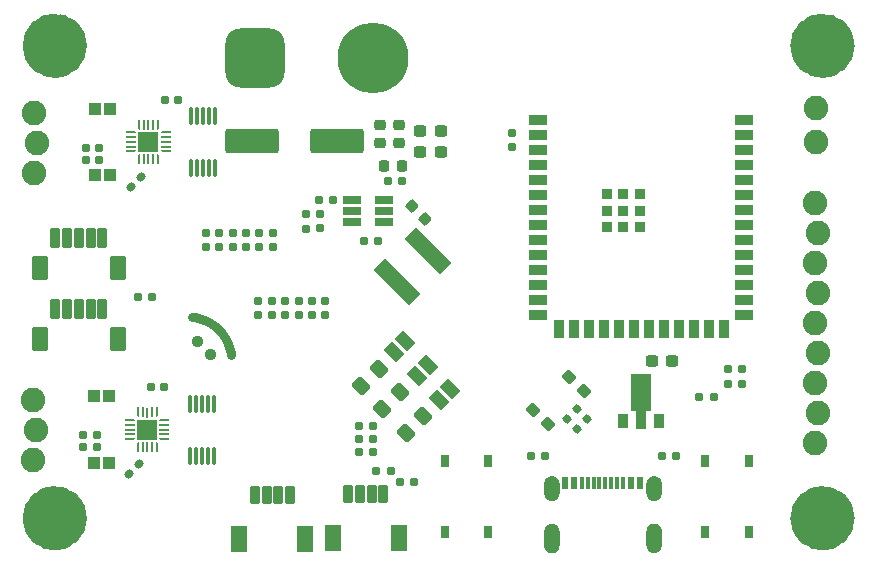
<source format=gbr>
%TF.GenerationSoftware,KiCad,Pcbnew,7.0.2*%
%TF.CreationDate,2023-10-03T18:08:59-04:00*%
%TF.ProjectId,mini_motor_go_V1_rev2,6d696e69-5f6d-46f7-946f-725f676f5f56,rev?*%
%TF.SameCoordinates,Original*%
%TF.FileFunction,Soldermask,Top*%
%TF.FilePolarity,Negative*%
%FSLAX46Y46*%
G04 Gerber Fmt 4.6, Leading zero omitted, Abs format (unit mm)*
G04 Created by KiCad (PCBNEW 7.0.2) date 2023-10-03 18:08:59*
%MOMM*%
%LPD*%
G01*
G04 APERTURE LIST*
G04 Aperture macros list*
%AMRoundRect*
0 Rectangle with rounded corners*
0 $1 Rounding radius*
0 $2 $3 $4 $5 $6 $7 $8 $9 X,Y pos of 4 corners*
0 Add a 4 corners polygon primitive as box body*
4,1,4,$2,$3,$4,$5,$6,$7,$8,$9,$2,$3,0*
0 Add four circle primitives for the rounded corners*
1,1,$1+$1,$2,$3*
1,1,$1+$1,$4,$5*
1,1,$1+$1,$6,$7*
1,1,$1+$1,$8,$9*
0 Add four rect primitives between the rounded corners*
20,1,$1+$1,$2,$3,$4,$5,0*
20,1,$1+$1,$4,$5,$6,$7,0*
20,1,$1+$1,$6,$7,$8,$9,0*
20,1,$1+$1,$8,$9,$2,$3,0*%
%AMRotRect*
0 Rectangle, with rotation*
0 The origin of the aperture is its center*
0 $1 length*
0 $2 width*
0 $3 Rotation angle, in degrees counterclockwise*
0 Add horizontal line*
21,1,$1,$2,0,0,$3*%
%AMFreePoly0*
4,1,14,0.110355,0.410355,0.125000,0.375000,0.125000,-0.375000,0.110355,-0.410355,0.075000,-0.425000,0.045711,-0.425000,0.010356,-0.410355,-0.110355,-0.289644,-0.125000,-0.254289,-0.125000,0.375000,-0.110355,0.410355,-0.075000,0.425000,0.075000,0.425000,0.110355,0.410355,0.110355,0.410355,$1*%
%AMFreePoly1*
4,1,14,0.110355,0.410355,0.125000,0.375000,0.125000,-0.254289,0.110355,-0.289644,-0.010356,-0.410355,-0.045711,-0.425000,-0.075000,-0.425000,-0.110355,-0.410355,-0.125000,-0.375000,-0.125000,0.375000,-0.110355,0.410355,-0.075000,0.425000,0.075000,0.425000,0.110355,0.410355,0.110355,0.410355,$1*%
%AMFreePoly2*
4,1,14,0.410355,0.110355,0.425000,0.075000,0.425000,-0.075000,0.410355,-0.110355,0.375000,-0.125000,-0.375000,-0.125000,-0.410355,-0.110355,-0.425000,-0.075000,-0.425000,-0.045711,-0.410355,-0.010356,-0.289644,0.110355,-0.254289,0.125000,0.375000,0.125000,0.410355,0.110355,0.410355,0.110355,$1*%
%AMFreePoly3*
4,1,14,0.410355,0.110355,0.425000,0.075000,0.425000,-0.075000,0.410355,-0.110355,0.375000,-0.125000,-0.254289,-0.125000,-0.289644,-0.110355,-0.410355,0.010356,-0.425000,0.045711,-0.425000,0.075000,-0.410355,0.110355,-0.375000,0.125000,0.375000,0.125000,0.410355,0.110355,0.410355,0.110355,$1*%
%AMFreePoly4*
4,1,14,-0.010356,0.410355,0.110355,0.289644,0.125000,0.254289,0.125000,-0.375000,0.110355,-0.410355,0.075000,-0.425000,-0.075000,-0.425000,-0.110355,-0.410355,-0.125000,-0.375000,-0.125000,0.375000,-0.110355,0.410355,-0.075000,0.425000,-0.045711,0.425000,-0.010356,0.410355,-0.010356,0.410355,$1*%
%AMFreePoly5*
4,1,14,0.110355,0.410355,0.125000,0.375000,0.125000,-0.375000,0.110355,-0.410355,0.075000,-0.425000,-0.075000,-0.425000,-0.110355,-0.410355,-0.125000,-0.375000,-0.125000,0.254289,-0.110355,0.289644,0.010356,0.410355,0.045711,0.425000,0.075000,0.425000,0.110355,0.410355,0.110355,0.410355,$1*%
%AMFreePoly6*
4,1,14,0.410355,0.110355,0.425000,0.075000,0.425000,0.045711,0.410355,0.010356,0.289644,-0.110355,0.254289,-0.125000,-0.375000,-0.125000,-0.410355,-0.110355,-0.425000,-0.075000,-0.425000,0.075000,-0.410355,0.110355,-0.375000,0.125000,0.375000,0.125000,0.410355,0.110355,0.410355,0.110355,$1*%
%AMFreePoly7*
4,1,14,0.289644,0.110355,0.410355,-0.010356,0.425000,-0.045711,0.425000,-0.075000,0.410355,-0.110355,0.375000,-0.125000,-0.375000,-0.125000,-0.410355,-0.110355,-0.425000,-0.075000,-0.425000,0.075000,-0.410355,0.110355,-0.375000,0.125000,0.254289,0.125000,0.289644,0.110355,0.289644,0.110355,$1*%
%AMFreePoly8*
4,1,9,3.862500,-0.866500,0.737500,-0.866500,0.737500,-0.450000,-0.737500,-0.450000,-0.737500,0.450000,0.737500,0.450000,0.737500,0.866500,3.862500,0.866500,3.862500,-0.866500,3.862500,-0.866500,$1*%
G04 Aperture macros list end*
%ADD10C,2.750000*%
%ADD11C,0.750000*%
%ADD12C,0.010000*%
%ADD13RoundRect,0.225000X0.335876X0.017678X0.017678X0.335876X-0.335876X-0.017678X-0.017678X-0.335876X0*%
%ADD14RoundRect,0.030000X0.120000X-0.695000X0.120000X0.695000X-0.120000X0.695000X-0.120000X-0.695000X0*%
%ADD15R,0.600000X1.100000*%
%ADD16R,0.300000X1.100000*%
%ADD17RotRect,1.400000X4.200000X225.000000*%
%ADD18RoundRect,0.225000X-0.250000X0.225000X-0.250000X-0.225000X0.250000X-0.225000X0.250000X0.225000X0*%
%ADD19RoundRect,0.225000X-0.225000X-0.250000X0.225000X-0.250000X0.225000X0.250000X-0.225000X0.250000X0*%
%ADD20RoundRect,0.250001X1.999999X0.799999X-1.999999X0.799999X-1.999999X-0.799999X1.999999X-0.799999X0*%
%ADD21RoundRect,0.160000X-0.252791X0.026517X0.026517X-0.252791X0.252791X-0.026517X-0.026517X0.252791X0*%
%ADD22RoundRect,0.102000X0.600000X0.900000X-0.600000X0.900000X-0.600000X-0.900000X0.600000X-0.900000X0*%
%ADD23RoundRect,0.102000X0.300000X0.775000X-0.300000X0.775000X-0.300000X-0.775000X0.300000X-0.775000X0*%
%ADD24RoundRect,0.101600X-0.299720X-0.674370X0.299720X-0.674370X0.299720X0.674370X-0.299720X0.674370X0*%
%ADD25RoundRect,0.101600X-0.599440X-0.999490X0.599440X-0.999490X0.599440X0.999490X-0.599440X0.999490X0*%
%ADD26RoundRect,0.250000X0.088388X-0.548008X0.548008X-0.088388X-0.088388X0.548008X-0.548008X0.088388X0*%
%ADD27RoundRect,0.237500X0.380070X-0.044194X-0.044194X0.380070X-0.380070X0.044194X0.044194X-0.380070X0*%
%ADD28RoundRect,0.155000X0.040659X0.259862X-0.259862X-0.040659X-0.040659X-0.259862X0.259862X0.040659X0*%
%ADD29RoundRect,0.160000X0.160000X-0.197500X0.160000X0.197500X-0.160000X0.197500X-0.160000X-0.197500X0*%
%ADD30RotRect,1.000000X1.500000X45.000000*%
%ADD31R,1.700000X1.700000*%
%ADD32FreePoly0,90.000000*%
%ADD33RoundRect,0.062500X0.362500X-0.062500X0.362500X0.062500X-0.362500X0.062500X-0.362500X-0.062500X0*%
%ADD34FreePoly1,90.000000*%
%ADD35FreePoly2,90.000000*%
%ADD36RoundRect,0.062500X0.062500X-0.362500X0.062500X0.362500X-0.062500X0.362500X-0.062500X-0.362500X0*%
%ADD37RoundRect,0.062500X0.062500X-0.350000X0.062500X0.350000X-0.062500X0.350000X-0.062500X-0.350000X0*%
%ADD38FreePoly3,90.000000*%
%ADD39FreePoly4,90.000000*%
%ADD40FreePoly5,90.000000*%
%ADD41FreePoly6,90.000000*%
%ADD42FreePoly7,90.000000*%
%ADD43RoundRect,0.160000X0.197500X0.160000X-0.197500X0.160000X-0.197500X-0.160000X0.197500X-0.160000X0*%
%ADD44RoundRect,0.160000X-0.197500X-0.160000X0.197500X-0.160000X0.197500X0.160000X-0.197500X0.160000X0*%
%ADD45RoundRect,0.155000X-0.212500X-0.155000X0.212500X-0.155000X0.212500X0.155000X-0.212500X0.155000X0*%
%ADD46R,1.100000X1.000000*%
%ADD47R,0.700000X1.000000*%
%ADD48RoundRect,0.155000X0.212500X0.155000X-0.212500X0.155000X-0.212500X-0.155000X0.212500X-0.155000X0*%
%ADD49R,1.500000X0.900000*%
%ADD50R,0.900000X1.500000*%
%ADD51R,0.900000X0.900000*%
%ADD52RoundRect,0.160000X-0.160000X0.197500X-0.160000X-0.197500X0.160000X-0.197500X0.160000X0.197500X0*%
%ADD53RoundRect,0.237500X-0.300000X-0.237500X0.300000X-0.237500X0.300000X0.237500X-0.300000X0.237500X0*%
%ADD54C,2.082800*%
%ADD55R,1.560000X0.650000*%
%ADD56RoundRect,0.237500X0.300000X0.237500X-0.300000X0.237500X-0.300000X-0.237500X0.300000X-0.237500X0*%
%ADD57R,0.900000X1.300000*%
%ADD58FreePoly8,90.000000*%
%ADD59RoundRect,1.250000X1.250000X1.250000X-1.250000X1.250000X-1.250000X-1.250000X1.250000X-1.250000X0*%
%ADD60C,6.000000*%
G04 APERTURE END LIST*
D10*
X119375000Y-93000000D02*
G75*
G03*
X119375000Y-93000000I-1375000J0D01*
G01*
X184375000Y-93000000D02*
G75*
G03*
X184375000Y-93000000I-1375000J0D01*
G01*
X184375000Y-53000000D02*
G75*
G03*
X184375000Y-53000000I-1375000J0D01*
G01*
X119375000Y-53000000D02*
G75*
G03*
X119375000Y-53000000I-1375000J0D01*
G01*
D11*
X131065284Y-79022684D02*
X131267315Y-79022684D01*
X131267315Y-79022684D02*
X131267315Y-79224714D01*
X131267315Y-79224714D02*
X131065284Y-79224714D01*
X131065284Y-79224714D02*
X131065284Y-79022684D01*
X131065284Y-79022684D02*
X131267315Y-79224714D01*
X129954116Y-77911516D02*
X130156147Y-77911516D01*
X130156147Y-77911516D02*
X130156147Y-78113546D01*
X130156147Y-78113546D02*
X129954116Y-78113546D01*
X129954116Y-78113546D02*
X129954116Y-77911516D01*
X129954116Y-77911516D02*
X130156147Y-78113546D01*
X132883558Y-79224714D02*
X132883558Y-79022684D01*
X132883558Y-79022684D02*
X132782543Y-78517608D01*
X132782543Y-78517608D02*
X132681528Y-78214562D01*
X132681528Y-78214562D02*
X132479497Y-77810501D01*
X132479497Y-77810501D02*
X132075436Y-77204409D01*
X132075436Y-77204409D02*
X131671375Y-76800348D01*
X131671375Y-76800348D02*
X131065284Y-76396287D01*
X131065284Y-76396287D02*
X130661223Y-76194257D01*
X130661223Y-76194257D02*
X130358177Y-76093241D01*
X130358177Y-76093241D02*
X129853101Y-75992226D01*
X129853101Y-75992226D02*
X129651070Y-75992226D01*
%TO.C,J11*%
D12*
X160084600Y-89451700D02*
X160116600Y-89453700D01*
X160147600Y-89457700D01*
X160178600Y-89463700D01*
X160208600Y-89470700D01*
X160238600Y-89479700D01*
X160268600Y-89490700D01*
X160297600Y-89502700D01*
X160325600Y-89515700D01*
X160353600Y-89530700D01*
X160380600Y-89547700D01*
X160406600Y-89565700D01*
X160431600Y-89584700D01*
X160454600Y-89604700D01*
X160477600Y-89626700D01*
X160499600Y-89649700D01*
X160519600Y-89672700D01*
X160538600Y-89697700D01*
X160556600Y-89723700D01*
X160573600Y-89750700D01*
X160588600Y-89778700D01*
X160601600Y-89806700D01*
X160613600Y-89835700D01*
X160624600Y-89865700D01*
X160633600Y-89895700D01*
X160640600Y-89925700D01*
X160646600Y-89956700D01*
X160650600Y-89987700D01*
X160652600Y-90019700D01*
X160653600Y-90050700D01*
X160653600Y-90850700D01*
X160652600Y-90881700D01*
X160650600Y-90913700D01*
X160646600Y-90944700D01*
X160640600Y-90975700D01*
X160633600Y-91005700D01*
X160624600Y-91035700D01*
X160613600Y-91065700D01*
X160601600Y-91094700D01*
X160588600Y-91122700D01*
X160573600Y-91150700D01*
X160556600Y-91177700D01*
X160538600Y-91203700D01*
X160519600Y-91228700D01*
X160499600Y-91251700D01*
X160477600Y-91274700D01*
X160454600Y-91296700D01*
X160431600Y-91316700D01*
X160406600Y-91335700D01*
X160380600Y-91353700D01*
X160353600Y-91370700D01*
X160325600Y-91385700D01*
X160297600Y-91398700D01*
X160268600Y-91410700D01*
X160238600Y-91421700D01*
X160208600Y-91430700D01*
X160178600Y-91437700D01*
X160147600Y-91443700D01*
X160116600Y-91447700D01*
X160084600Y-91449700D01*
X160053600Y-91450700D01*
X160022600Y-91449700D01*
X159990600Y-91447700D01*
X159959600Y-91443700D01*
X159928600Y-91437700D01*
X159898600Y-91430700D01*
X159868600Y-91421700D01*
X159838600Y-91410700D01*
X159809600Y-91398700D01*
X159781600Y-91385700D01*
X159753600Y-91370700D01*
X159726600Y-91353700D01*
X159700600Y-91335700D01*
X159675600Y-91316700D01*
X159652600Y-91296700D01*
X159629600Y-91274700D01*
X159607600Y-91251700D01*
X159587600Y-91228700D01*
X159568600Y-91203700D01*
X159550600Y-91177700D01*
X159533600Y-91150700D01*
X159518600Y-91122700D01*
X159505600Y-91094700D01*
X159493600Y-91065700D01*
X159482600Y-91035700D01*
X159473600Y-91005700D01*
X159466600Y-90975700D01*
X159460600Y-90944700D01*
X159456600Y-90913700D01*
X159454600Y-90881700D01*
X159453600Y-90850700D01*
X159453600Y-90050700D01*
X159454600Y-90019700D01*
X159456600Y-89987700D01*
X159460600Y-89956700D01*
X159466600Y-89925700D01*
X159473600Y-89895700D01*
X159482600Y-89865700D01*
X159493600Y-89835700D01*
X159505600Y-89806700D01*
X159518600Y-89778700D01*
X159533600Y-89750700D01*
X159550600Y-89723700D01*
X159568600Y-89697700D01*
X159587600Y-89672700D01*
X159607600Y-89649700D01*
X159629600Y-89626700D01*
X159652600Y-89604700D01*
X159675600Y-89584700D01*
X159700600Y-89565700D01*
X159726600Y-89547700D01*
X159753600Y-89530700D01*
X159781600Y-89515700D01*
X159809600Y-89502700D01*
X159838600Y-89490700D01*
X159868600Y-89479700D01*
X159898600Y-89470700D01*
X159928600Y-89463700D01*
X159959600Y-89457700D01*
X159990600Y-89453700D01*
X160022600Y-89451700D01*
X160053600Y-89450700D01*
X160084600Y-89451700D01*
G36*
X160084600Y-89451700D02*
G01*
X160116600Y-89453700D01*
X160147600Y-89457700D01*
X160178600Y-89463700D01*
X160208600Y-89470700D01*
X160238600Y-89479700D01*
X160268600Y-89490700D01*
X160297600Y-89502700D01*
X160325600Y-89515700D01*
X160353600Y-89530700D01*
X160380600Y-89547700D01*
X160406600Y-89565700D01*
X160431600Y-89584700D01*
X160454600Y-89604700D01*
X160477600Y-89626700D01*
X160499600Y-89649700D01*
X160519600Y-89672700D01*
X160538600Y-89697700D01*
X160556600Y-89723700D01*
X160573600Y-89750700D01*
X160588600Y-89778700D01*
X160601600Y-89806700D01*
X160613600Y-89835700D01*
X160624600Y-89865700D01*
X160633600Y-89895700D01*
X160640600Y-89925700D01*
X160646600Y-89956700D01*
X160650600Y-89987700D01*
X160652600Y-90019700D01*
X160653600Y-90050700D01*
X160653600Y-90850700D01*
X160652600Y-90881700D01*
X160650600Y-90913700D01*
X160646600Y-90944700D01*
X160640600Y-90975700D01*
X160633600Y-91005700D01*
X160624600Y-91035700D01*
X160613600Y-91065700D01*
X160601600Y-91094700D01*
X160588600Y-91122700D01*
X160573600Y-91150700D01*
X160556600Y-91177700D01*
X160538600Y-91203700D01*
X160519600Y-91228700D01*
X160499600Y-91251700D01*
X160477600Y-91274700D01*
X160454600Y-91296700D01*
X160431600Y-91316700D01*
X160406600Y-91335700D01*
X160380600Y-91353700D01*
X160353600Y-91370700D01*
X160325600Y-91385700D01*
X160297600Y-91398700D01*
X160268600Y-91410700D01*
X160238600Y-91421700D01*
X160208600Y-91430700D01*
X160178600Y-91437700D01*
X160147600Y-91443700D01*
X160116600Y-91447700D01*
X160084600Y-91449700D01*
X160053600Y-91450700D01*
X160022600Y-91449700D01*
X159990600Y-91447700D01*
X159959600Y-91443700D01*
X159928600Y-91437700D01*
X159898600Y-91430700D01*
X159868600Y-91421700D01*
X159838600Y-91410700D01*
X159809600Y-91398700D01*
X159781600Y-91385700D01*
X159753600Y-91370700D01*
X159726600Y-91353700D01*
X159700600Y-91335700D01*
X159675600Y-91316700D01*
X159652600Y-91296700D01*
X159629600Y-91274700D01*
X159607600Y-91251700D01*
X159587600Y-91228700D01*
X159568600Y-91203700D01*
X159550600Y-91177700D01*
X159533600Y-91150700D01*
X159518600Y-91122700D01*
X159505600Y-91094700D01*
X159493600Y-91065700D01*
X159482600Y-91035700D01*
X159473600Y-91005700D01*
X159466600Y-90975700D01*
X159460600Y-90944700D01*
X159456600Y-90913700D01*
X159454600Y-90881700D01*
X159453600Y-90850700D01*
X159453600Y-90050700D01*
X159454600Y-90019700D01*
X159456600Y-89987700D01*
X159460600Y-89956700D01*
X159466600Y-89925700D01*
X159473600Y-89895700D01*
X159482600Y-89865700D01*
X159493600Y-89835700D01*
X159505600Y-89806700D01*
X159518600Y-89778700D01*
X159533600Y-89750700D01*
X159550600Y-89723700D01*
X159568600Y-89697700D01*
X159587600Y-89672700D01*
X159607600Y-89649700D01*
X159629600Y-89626700D01*
X159652600Y-89604700D01*
X159675600Y-89584700D01*
X159700600Y-89565700D01*
X159726600Y-89547700D01*
X159753600Y-89530700D01*
X159781600Y-89515700D01*
X159809600Y-89502700D01*
X159838600Y-89490700D01*
X159868600Y-89479700D01*
X159898600Y-89470700D01*
X159928600Y-89463700D01*
X159959600Y-89457700D01*
X159990600Y-89453700D01*
X160022600Y-89451700D01*
X160053600Y-89450700D01*
X160084600Y-89451700D01*
G37*
X160084600Y-93501700D02*
X160116600Y-93503700D01*
X160147600Y-93507700D01*
X160178600Y-93513700D01*
X160208600Y-93520700D01*
X160238600Y-93529700D01*
X160268600Y-93540700D01*
X160297600Y-93552700D01*
X160325600Y-93565700D01*
X160353600Y-93580700D01*
X160380600Y-93597700D01*
X160406600Y-93615700D01*
X160431600Y-93634700D01*
X160454600Y-93654700D01*
X160477600Y-93676700D01*
X160499600Y-93699700D01*
X160519600Y-93722700D01*
X160538600Y-93747700D01*
X160556600Y-93773700D01*
X160573600Y-93800700D01*
X160588600Y-93828700D01*
X160601600Y-93856700D01*
X160613600Y-93885700D01*
X160624600Y-93915700D01*
X160633600Y-93945700D01*
X160640600Y-93975700D01*
X160646600Y-94006700D01*
X160650600Y-94037700D01*
X160652600Y-94069700D01*
X160653600Y-94100700D01*
X160653600Y-95300700D01*
X160652600Y-95331700D01*
X160650600Y-95363700D01*
X160646600Y-95394700D01*
X160640600Y-95425700D01*
X160633600Y-95455700D01*
X160624600Y-95485700D01*
X160613600Y-95515700D01*
X160601600Y-95544700D01*
X160588600Y-95572700D01*
X160573600Y-95600700D01*
X160556600Y-95627700D01*
X160538600Y-95653700D01*
X160519600Y-95678700D01*
X160499600Y-95701700D01*
X160477600Y-95724700D01*
X160454600Y-95746700D01*
X160431600Y-95766700D01*
X160406600Y-95785700D01*
X160380600Y-95803700D01*
X160353600Y-95820700D01*
X160325600Y-95835700D01*
X160297600Y-95848700D01*
X160268600Y-95860700D01*
X160238600Y-95871700D01*
X160208600Y-95880700D01*
X160178600Y-95887700D01*
X160147600Y-95893700D01*
X160116600Y-95897700D01*
X160084600Y-95899700D01*
X160053600Y-95900700D01*
X160022600Y-95899700D01*
X159990600Y-95897700D01*
X159959600Y-95893700D01*
X159928600Y-95887700D01*
X159898600Y-95880700D01*
X159868600Y-95871700D01*
X159838600Y-95860700D01*
X159809600Y-95848700D01*
X159781600Y-95835700D01*
X159753600Y-95820700D01*
X159726600Y-95803700D01*
X159700600Y-95785700D01*
X159675600Y-95766700D01*
X159652600Y-95746700D01*
X159629600Y-95724700D01*
X159607600Y-95701700D01*
X159587600Y-95678700D01*
X159568600Y-95653700D01*
X159550600Y-95627700D01*
X159533600Y-95600700D01*
X159518600Y-95572700D01*
X159505600Y-95544700D01*
X159493600Y-95515700D01*
X159482600Y-95485700D01*
X159473600Y-95455700D01*
X159466600Y-95425700D01*
X159460600Y-95394700D01*
X159456600Y-95363700D01*
X159454600Y-95331700D01*
X159453600Y-95300700D01*
X159453600Y-94100700D01*
X159454600Y-94069700D01*
X159456600Y-94037700D01*
X159460600Y-94006700D01*
X159466600Y-93975700D01*
X159473600Y-93945700D01*
X159482600Y-93915700D01*
X159493600Y-93885700D01*
X159505600Y-93856700D01*
X159518600Y-93828700D01*
X159533600Y-93800700D01*
X159550600Y-93773700D01*
X159568600Y-93747700D01*
X159587600Y-93722700D01*
X159607600Y-93699700D01*
X159629600Y-93676700D01*
X159652600Y-93654700D01*
X159675600Y-93634700D01*
X159700600Y-93615700D01*
X159726600Y-93597700D01*
X159753600Y-93580700D01*
X159781600Y-93565700D01*
X159809600Y-93552700D01*
X159838600Y-93540700D01*
X159868600Y-93529700D01*
X159898600Y-93520700D01*
X159928600Y-93513700D01*
X159959600Y-93507700D01*
X159990600Y-93503700D01*
X160022600Y-93501700D01*
X160053600Y-93500700D01*
X160084600Y-93501700D01*
G36*
X160084600Y-93501700D02*
G01*
X160116600Y-93503700D01*
X160147600Y-93507700D01*
X160178600Y-93513700D01*
X160208600Y-93520700D01*
X160238600Y-93529700D01*
X160268600Y-93540700D01*
X160297600Y-93552700D01*
X160325600Y-93565700D01*
X160353600Y-93580700D01*
X160380600Y-93597700D01*
X160406600Y-93615700D01*
X160431600Y-93634700D01*
X160454600Y-93654700D01*
X160477600Y-93676700D01*
X160499600Y-93699700D01*
X160519600Y-93722700D01*
X160538600Y-93747700D01*
X160556600Y-93773700D01*
X160573600Y-93800700D01*
X160588600Y-93828700D01*
X160601600Y-93856700D01*
X160613600Y-93885700D01*
X160624600Y-93915700D01*
X160633600Y-93945700D01*
X160640600Y-93975700D01*
X160646600Y-94006700D01*
X160650600Y-94037700D01*
X160652600Y-94069700D01*
X160653600Y-94100700D01*
X160653600Y-95300700D01*
X160652600Y-95331700D01*
X160650600Y-95363700D01*
X160646600Y-95394700D01*
X160640600Y-95425700D01*
X160633600Y-95455700D01*
X160624600Y-95485700D01*
X160613600Y-95515700D01*
X160601600Y-95544700D01*
X160588600Y-95572700D01*
X160573600Y-95600700D01*
X160556600Y-95627700D01*
X160538600Y-95653700D01*
X160519600Y-95678700D01*
X160499600Y-95701700D01*
X160477600Y-95724700D01*
X160454600Y-95746700D01*
X160431600Y-95766700D01*
X160406600Y-95785700D01*
X160380600Y-95803700D01*
X160353600Y-95820700D01*
X160325600Y-95835700D01*
X160297600Y-95848700D01*
X160268600Y-95860700D01*
X160238600Y-95871700D01*
X160208600Y-95880700D01*
X160178600Y-95887700D01*
X160147600Y-95893700D01*
X160116600Y-95897700D01*
X160084600Y-95899700D01*
X160053600Y-95900700D01*
X160022600Y-95899700D01*
X159990600Y-95897700D01*
X159959600Y-95893700D01*
X159928600Y-95887700D01*
X159898600Y-95880700D01*
X159868600Y-95871700D01*
X159838600Y-95860700D01*
X159809600Y-95848700D01*
X159781600Y-95835700D01*
X159753600Y-95820700D01*
X159726600Y-95803700D01*
X159700600Y-95785700D01*
X159675600Y-95766700D01*
X159652600Y-95746700D01*
X159629600Y-95724700D01*
X159607600Y-95701700D01*
X159587600Y-95678700D01*
X159568600Y-95653700D01*
X159550600Y-95627700D01*
X159533600Y-95600700D01*
X159518600Y-95572700D01*
X159505600Y-95544700D01*
X159493600Y-95515700D01*
X159482600Y-95485700D01*
X159473600Y-95455700D01*
X159466600Y-95425700D01*
X159460600Y-95394700D01*
X159456600Y-95363700D01*
X159454600Y-95331700D01*
X159453600Y-95300700D01*
X159453600Y-94100700D01*
X159454600Y-94069700D01*
X159456600Y-94037700D01*
X159460600Y-94006700D01*
X159466600Y-93975700D01*
X159473600Y-93945700D01*
X159482600Y-93915700D01*
X159493600Y-93885700D01*
X159505600Y-93856700D01*
X159518600Y-93828700D01*
X159533600Y-93800700D01*
X159550600Y-93773700D01*
X159568600Y-93747700D01*
X159587600Y-93722700D01*
X159607600Y-93699700D01*
X159629600Y-93676700D01*
X159652600Y-93654700D01*
X159675600Y-93634700D01*
X159700600Y-93615700D01*
X159726600Y-93597700D01*
X159753600Y-93580700D01*
X159781600Y-93565700D01*
X159809600Y-93552700D01*
X159838600Y-93540700D01*
X159868600Y-93529700D01*
X159898600Y-93520700D01*
X159928600Y-93513700D01*
X159959600Y-93507700D01*
X159990600Y-93503700D01*
X160022600Y-93501700D01*
X160053600Y-93500700D01*
X160084600Y-93501700D01*
G37*
X168734600Y-89451700D02*
X168766600Y-89453700D01*
X168797600Y-89457700D01*
X168828600Y-89463700D01*
X168858600Y-89470700D01*
X168888600Y-89479700D01*
X168918600Y-89490700D01*
X168947600Y-89502700D01*
X168975600Y-89515700D01*
X169003600Y-89530700D01*
X169030600Y-89547700D01*
X169056600Y-89565700D01*
X169081600Y-89584700D01*
X169104600Y-89604700D01*
X169127600Y-89626700D01*
X169149600Y-89649700D01*
X169169600Y-89672700D01*
X169188600Y-89697700D01*
X169206600Y-89723700D01*
X169223600Y-89750700D01*
X169238600Y-89778700D01*
X169251600Y-89806700D01*
X169263600Y-89835700D01*
X169274600Y-89865700D01*
X169283600Y-89895700D01*
X169290600Y-89925700D01*
X169296600Y-89956700D01*
X169300600Y-89987700D01*
X169302600Y-90019700D01*
X169303600Y-90050700D01*
X169303600Y-90850700D01*
X169302600Y-90881700D01*
X169300600Y-90913700D01*
X169296600Y-90944700D01*
X169290600Y-90975700D01*
X169283600Y-91005700D01*
X169274600Y-91035700D01*
X169263600Y-91065700D01*
X169251600Y-91094700D01*
X169238600Y-91122700D01*
X169223600Y-91150700D01*
X169206600Y-91177700D01*
X169188600Y-91203700D01*
X169169600Y-91228700D01*
X169149600Y-91251700D01*
X169127600Y-91274700D01*
X169104600Y-91296700D01*
X169081600Y-91316700D01*
X169056600Y-91335700D01*
X169030600Y-91353700D01*
X169003600Y-91370700D01*
X168975600Y-91385700D01*
X168947600Y-91398700D01*
X168918600Y-91410700D01*
X168888600Y-91421700D01*
X168858600Y-91430700D01*
X168828600Y-91437700D01*
X168797600Y-91443700D01*
X168766600Y-91447700D01*
X168734600Y-91449700D01*
X168703600Y-91450700D01*
X168672600Y-91449700D01*
X168640600Y-91447700D01*
X168609600Y-91443700D01*
X168578600Y-91437700D01*
X168548600Y-91430700D01*
X168518600Y-91421700D01*
X168488600Y-91410700D01*
X168459600Y-91398700D01*
X168431600Y-91385700D01*
X168403600Y-91370700D01*
X168376600Y-91353700D01*
X168350600Y-91335700D01*
X168325600Y-91316700D01*
X168302600Y-91296700D01*
X168279600Y-91274700D01*
X168257600Y-91251700D01*
X168237600Y-91228700D01*
X168218600Y-91203700D01*
X168200600Y-91177700D01*
X168183600Y-91150700D01*
X168168600Y-91122700D01*
X168155600Y-91094700D01*
X168143600Y-91065700D01*
X168132600Y-91035700D01*
X168123600Y-91005700D01*
X168116600Y-90975700D01*
X168110600Y-90944700D01*
X168106600Y-90913700D01*
X168104600Y-90881700D01*
X168103600Y-90850700D01*
X168103600Y-90050700D01*
X168104600Y-90019700D01*
X168106600Y-89987700D01*
X168110600Y-89956700D01*
X168116600Y-89925700D01*
X168123600Y-89895700D01*
X168132600Y-89865700D01*
X168143600Y-89835700D01*
X168155600Y-89806700D01*
X168168600Y-89778700D01*
X168183600Y-89750700D01*
X168200600Y-89723700D01*
X168218600Y-89697700D01*
X168237600Y-89672700D01*
X168257600Y-89649700D01*
X168279600Y-89626700D01*
X168302600Y-89604700D01*
X168325600Y-89584700D01*
X168350600Y-89565700D01*
X168376600Y-89547700D01*
X168403600Y-89530700D01*
X168431600Y-89515700D01*
X168459600Y-89502700D01*
X168488600Y-89490700D01*
X168518600Y-89479700D01*
X168548600Y-89470700D01*
X168578600Y-89463700D01*
X168609600Y-89457700D01*
X168640600Y-89453700D01*
X168672600Y-89451700D01*
X168703600Y-89450700D01*
X168734600Y-89451700D01*
G36*
X168734600Y-89451700D02*
G01*
X168766600Y-89453700D01*
X168797600Y-89457700D01*
X168828600Y-89463700D01*
X168858600Y-89470700D01*
X168888600Y-89479700D01*
X168918600Y-89490700D01*
X168947600Y-89502700D01*
X168975600Y-89515700D01*
X169003600Y-89530700D01*
X169030600Y-89547700D01*
X169056600Y-89565700D01*
X169081600Y-89584700D01*
X169104600Y-89604700D01*
X169127600Y-89626700D01*
X169149600Y-89649700D01*
X169169600Y-89672700D01*
X169188600Y-89697700D01*
X169206600Y-89723700D01*
X169223600Y-89750700D01*
X169238600Y-89778700D01*
X169251600Y-89806700D01*
X169263600Y-89835700D01*
X169274600Y-89865700D01*
X169283600Y-89895700D01*
X169290600Y-89925700D01*
X169296600Y-89956700D01*
X169300600Y-89987700D01*
X169302600Y-90019700D01*
X169303600Y-90050700D01*
X169303600Y-90850700D01*
X169302600Y-90881700D01*
X169300600Y-90913700D01*
X169296600Y-90944700D01*
X169290600Y-90975700D01*
X169283600Y-91005700D01*
X169274600Y-91035700D01*
X169263600Y-91065700D01*
X169251600Y-91094700D01*
X169238600Y-91122700D01*
X169223600Y-91150700D01*
X169206600Y-91177700D01*
X169188600Y-91203700D01*
X169169600Y-91228700D01*
X169149600Y-91251700D01*
X169127600Y-91274700D01*
X169104600Y-91296700D01*
X169081600Y-91316700D01*
X169056600Y-91335700D01*
X169030600Y-91353700D01*
X169003600Y-91370700D01*
X168975600Y-91385700D01*
X168947600Y-91398700D01*
X168918600Y-91410700D01*
X168888600Y-91421700D01*
X168858600Y-91430700D01*
X168828600Y-91437700D01*
X168797600Y-91443700D01*
X168766600Y-91447700D01*
X168734600Y-91449700D01*
X168703600Y-91450700D01*
X168672600Y-91449700D01*
X168640600Y-91447700D01*
X168609600Y-91443700D01*
X168578600Y-91437700D01*
X168548600Y-91430700D01*
X168518600Y-91421700D01*
X168488600Y-91410700D01*
X168459600Y-91398700D01*
X168431600Y-91385700D01*
X168403600Y-91370700D01*
X168376600Y-91353700D01*
X168350600Y-91335700D01*
X168325600Y-91316700D01*
X168302600Y-91296700D01*
X168279600Y-91274700D01*
X168257600Y-91251700D01*
X168237600Y-91228700D01*
X168218600Y-91203700D01*
X168200600Y-91177700D01*
X168183600Y-91150700D01*
X168168600Y-91122700D01*
X168155600Y-91094700D01*
X168143600Y-91065700D01*
X168132600Y-91035700D01*
X168123600Y-91005700D01*
X168116600Y-90975700D01*
X168110600Y-90944700D01*
X168106600Y-90913700D01*
X168104600Y-90881700D01*
X168103600Y-90850700D01*
X168103600Y-90050700D01*
X168104600Y-90019700D01*
X168106600Y-89987700D01*
X168110600Y-89956700D01*
X168116600Y-89925700D01*
X168123600Y-89895700D01*
X168132600Y-89865700D01*
X168143600Y-89835700D01*
X168155600Y-89806700D01*
X168168600Y-89778700D01*
X168183600Y-89750700D01*
X168200600Y-89723700D01*
X168218600Y-89697700D01*
X168237600Y-89672700D01*
X168257600Y-89649700D01*
X168279600Y-89626700D01*
X168302600Y-89604700D01*
X168325600Y-89584700D01*
X168350600Y-89565700D01*
X168376600Y-89547700D01*
X168403600Y-89530700D01*
X168431600Y-89515700D01*
X168459600Y-89502700D01*
X168488600Y-89490700D01*
X168518600Y-89479700D01*
X168548600Y-89470700D01*
X168578600Y-89463700D01*
X168609600Y-89457700D01*
X168640600Y-89453700D01*
X168672600Y-89451700D01*
X168703600Y-89450700D01*
X168734600Y-89451700D01*
G37*
X168734600Y-93451700D02*
X168766600Y-93453700D01*
X168797600Y-93457700D01*
X168828600Y-93463700D01*
X168858600Y-93470700D01*
X168888600Y-93479700D01*
X168918600Y-93490700D01*
X168947600Y-93502700D01*
X168975600Y-93515700D01*
X169003600Y-93530700D01*
X169030600Y-93547700D01*
X169056600Y-93565700D01*
X169081600Y-93584700D01*
X169104600Y-93604700D01*
X169127600Y-93626700D01*
X169149600Y-93649700D01*
X169169600Y-93672700D01*
X169188600Y-93697700D01*
X169206600Y-93723700D01*
X169223600Y-93750700D01*
X169238600Y-93778700D01*
X169251600Y-93806700D01*
X169263600Y-93835700D01*
X169274600Y-93865700D01*
X169283600Y-93895700D01*
X169290600Y-93925700D01*
X169296600Y-93956700D01*
X169300600Y-93987700D01*
X169302600Y-94019700D01*
X169303600Y-94050700D01*
X169303600Y-94650700D01*
X169303600Y-95250700D01*
X169302600Y-95281700D01*
X169300600Y-95313700D01*
X169296600Y-95344700D01*
X169290600Y-95375700D01*
X169283600Y-95405700D01*
X169274600Y-95435700D01*
X169263600Y-95465700D01*
X169251600Y-95494700D01*
X169238600Y-95522700D01*
X169223600Y-95550700D01*
X169206600Y-95577700D01*
X169188600Y-95603700D01*
X169169600Y-95628700D01*
X169149600Y-95651700D01*
X169127600Y-95674700D01*
X169104600Y-95696700D01*
X169081600Y-95716700D01*
X169056600Y-95735700D01*
X169030600Y-95753700D01*
X169003600Y-95770700D01*
X168975600Y-95785700D01*
X168947600Y-95798700D01*
X168918600Y-95810700D01*
X168888600Y-95821700D01*
X168858600Y-95830700D01*
X168828600Y-95837700D01*
X168797600Y-95843700D01*
X168766600Y-95847700D01*
X168734600Y-95849700D01*
X168703600Y-95850700D01*
X168672600Y-95849700D01*
X168640600Y-95847700D01*
X168609600Y-95843700D01*
X168578600Y-95837700D01*
X168548600Y-95830700D01*
X168518600Y-95821700D01*
X168488600Y-95810700D01*
X168459600Y-95798700D01*
X168431600Y-95785700D01*
X168403600Y-95770700D01*
X168376600Y-95753700D01*
X168350600Y-95735700D01*
X168325600Y-95716700D01*
X168302600Y-95696700D01*
X168279600Y-95674700D01*
X168257600Y-95651700D01*
X168237600Y-95628700D01*
X168218600Y-95603700D01*
X168200600Y-95577700D01*
X168183600Y-95550700D01*
X168168600Y-95522700D01*
X168155600Y-95494700D01*
X168143600Y-95465700D01*
X168132600Y-95435700D01*
X168123600Y-95405700D01*
X168116600Y-95375700D01*
X168110600Y-95344700D01*
X168106600Y-95313700D01*
X168104600Y-95281700D01*
X168103600Y-95250700D01*
X168103600Y-94650700D01*
X168103600Y-94050700D01*
X168104600Y-94019700D01*
X168106600Y-93987700D01*
X168110600Y-93956700D01*
X168116600Y-93925700D01*
X168123600Y-93895700D01*
X168132600Y-93865700D01*
X168143600Y-93835700D01*
X168155600Y-93806700D01*
X168168600Y-93778700D01*
X168183600Y-93750700D01*
X168200600Y-93723700D01*
X168218600Y-93697700D01*
X168237600Y-93672700D01*
X168257600Y-93649700D01*
X168279600Y-93626700D01*
X168302600Y-93604700D01*
X168325600Y-93584700D01*
X168350600Y-93565700D01*
X168376600Y-93547700D01*
X168403600Y-93530700D01*
X168431600Y-93515700D01*
X168459600Y-93502700D01*
X168488600Y-93490700D01*
X168518600Y-93479700D01*
X168548600Y-93470700D01*
X168578600Y-93463700D01*
X168609600Y-93457700D01*
X168640600Y-93453700D01*
X168672600Y-93451700D01*
X168703600Y-93450700D01*
X168734600Y-93451700D01*
G36*
X168734600Y-93451700D02*
G01*
X168766600Y-93453700D01*
X168797600Y-93457700D01*
X168828600Y-93463700D01*
X168858600Y-93470700D01*
X168888600Y-93479700D01*
X168918600Y-93490700D01*
X168947600Y-93502700D01*
X168975600Y-93515700D01*
X169003600Y-93530700D01*
X169030600Y-93547700D01*
X169056600Y-93565700D01*
X169081600Y-93584700D01*
X169104600Y-93604700D01*
X169127600Y-93626700D01*
X169149600Y-93649700D01*
X169169600Y-93672700D01*
X169188600Y-93697700D01*
X169206600Y-93723700D01*
X169223600Y-93750700D01*
X169238600Y-93778700D01*
X169251600Y-93806700D01*
X169263600Y-93835700D01*
X169274600Y-93865700D01*
X169283600Y-93895700D01*
X169290600Y-93925700D01*
X169296600Y-93956700D01*
X169300600Y-93987700D01*
X169302600Y-94019700D01*
X169303600Y-94050700D01*
X169303600Y-94650700D01*
X169303600Y-95250700D01*
X169302600Y-95281700D01*
X169300600Y-95313700D01*
X169296600Y-95344700D01*
X169290600Y-95375700D01*
X169283600Y-95405700D01*
X169274600Y-95435700D01*
X169263600Y-95465700D01*
X169251600Y-95494700D01*
X169238600Y-95522700D01*
X169223600Y-95550700D01*
X169206600Y-95577700D01*
X169188600Y-95603700D01*
X169169600Y-95628700D01*
X169149600Y-95651700D01*
X169127600Y-95674700D01*
X169104600Y-95696700D01*
X169081600Y-95716700D01*
X169056600Y-95735700D01*
X169030600Y-95753700D01*
X169003600Y-95770700D01*
X168975600Y-95785700D01*
X168947600Y-95798700D01*
X168918600Y-95810700D01*
X168888600Y-95821700D01*
X168858600Y-95830700D01*
X168828600Y-95837700D01*
X168797600Y-95843700D01*
X168766600Y-95847700D01*
X168734600Y-95849700D01*
X168703600Y-95850700D01*
X168672600Y-95849700D01*
X168640600Y-95847700D01*
X168609600Y-95843700D01*
X168578600Y-95837700D01*
X168548600Y-95830700D01*
X168518600Y-95821700D01*
X168488600Y-95810700D01*
X168459600Y-95798700D01*
X168431600Y-95785700D01*
X168403600Y-95770700D01*
X168376600Y-95753700D01*
X168350600Y-95735700D01*
X168325600Y-95716700D01*
X168302600Y-95696700D01*
X168279600Y-95674700D01*
X168257600Y-95651700D01*
X168237600Y-95628700D01*
X168218600Y-95603700D01*
X168200600Y-95577700D01*
X168183600Y-95550700D01*
X168168600Y-95522700D01*
X168155600Y-95494700D01*
X168143600Y-95465700D01*
X168132600Y-95435700D01*
X168123600Y-95405700D01*
X168116600Y-95375700D01*
X168110600Y-95344700D01*
X168106600Y-95313700D01*
X168104600Y-95281700D01*
X168103600Y-95250700D01*
X168103600Y-94650700D01*
X168103600Y-94050700D01*
X168104600Y-94019700D01*
X168106600Y-93987700D01*
X168110600Y-93956700D01*
X168116600Y-93925700D01*
X168123600Y-93895700D01*
X168132600Y-93865700D01*
X168143600Y-93835700D01*
X168155600Y-93806700D01*
X168168600Y-93778700D01*
X168183600Y-93750700D01*
X168200600Y-93723700D01*
X168218600Y-93697700D01*
X168237600Y-93672700D01*
X168257600Y-93649700D01*
X168279600Y-93626700D01*
X168302600Y-93604700D01*
X168325600Y-93584700D01*
X168350600Y-93565700D01*
X168376600Y-93547700D01*
X168403600Y-93530700D01*
X168431600Y-93515700D01*
X168459600Y-93502700D01*
X168488600Y-93490700D01*
X168518600Y-93479700D01*
X168548600Y-93470700D01*
X168578600Y-93463700D01*
X168609600Y-93457700D01*
X168640600Y-93453700D01*
X168672600Y-93451700D01*
X168703600Y-93450700D01*
X168734600Y-93451700D01*
G37*
%TD*%
D13*
%TO.C,C17*%
X149385689Y-67658317D03*
X148289673Y-66562301D03*
%TD*%
D14*
%TO.C,U4*%
X129570599Y-63370400D03*
X130070599Y-63370400D03*
X130570599Y-63370400D03*
X131070599Y-63370400D03*
X131570599Y-63370400D03*
X131570599Y-58970400D03*
X131070599Y-58970400D03*
X130570599Y-58970400D03*
X130070599Y-58970400D03*
X129570599Y-58970400D03*
%TD*%
%TO.C,U3*%
X129479524Y-83326458D03*
X129979524Y-83326458D03*
X130479524Y-83326458D03*
X130979524Y-83326458D03*
X131479524Y-83326458D03*
X131479524Y-87726458D03*
X130979524Y-87726458D03*
X130479524Y-87726458D03*
X129979524Y-87726458D03*
X129479524Y-87726458D03*
%TD*%
D15*
%TO.C,J11*%
X161170000Y-90000000D03*
X161970000Y-90000000D03*
D16*
X163120000Y-90000000D03*
X164120000Y-90000000D03*
X164620000Y-90000000D03*
X165620000Y-90000000D03*
D15*
X167570000Y-90000000D03*
X166770000Y-90000000D03*
D16*
X166120000Y-90000000D03*
X165120000Y-90000000D03*
X163620000Y-90000000D03*
X162620000Y-90000000D03*
%TD*%
D17*
%TO.C,L1*%
X149633506Y-70349221D03*
X147017210Y-72965517D03*
%TD*%
D18*
%TO.C,C14*%
X147186000Y-59681000D03*
X147186000Y-61231000D03*
%TD*%
%TO.C,C12*%
X145546000Y-61231001D03*
X145546000Y-59681001D03*
%TD*%
D19*
%TO.C,C13*%
X145839073Y-63148198D03*
X147389073Y-63148198D03*
%TD*%
D20*
%TO.C,C10*%
X141935605Y-61085748D03*
X134735605Y-61085748D03*
%TD*%
D21*
%TO.C,R21*%
X163026065Y-84616637D03*
X162181073Y-83771645D03*
%TD*%
%TO.C,R20*%
X161356561Y-84630176D03*
X162201553Y-85475168D03*
%TD*%
D22*
%TO.C,J13*%
X116737570Y-71826563D03*
X123337570Y-71826563D03*
D23*
X118037570Y-69301563D03*
X119037570Y-69301563D03*
X120037570Y-69301563D03*
X121037570Y-69301563D03*
X122037570Y-69301563D03*
%TD*%
D22*
%TO.C,J12*%
X116735000Y-77825000D03*
X123335000Y-77825000D03*
D23*
X118035000Y-75300000D03*
X119035000Y-75300000D03*
X120035000Y-75300000D03*
X121035000Y-75300000D03*
X122035000Y-75300000D03*
%TD*%
D24*
%TO.C,J5*%
X134931920Y-91075680D03*
X135932680Y-91075680D03*
X136928360Y-91075680D03*
X137929120Y-91075680D03*
D25*
X139229600Y-94748520D03*
X133631440Y-94748520D03*
%TD*%
D24*
%TO.C,J3*%
X142834173Y-90985775D03*
X143834933Y-90985775D03*
X144830613Y-90985775D03*
X145831373Y-90985775D03*
D25*
X147131853Y-94658615D03*
X141533693Y-94658615D03*
%TD*%
D26*
%TO.C,D3 < 3v3*%
X143964089Y-81823779D03*
X145413657Y-80374211D03*
%TD*%
%TO.C,D2 < io38*%
X145748052Y-83781402D03*
X147197620Y-82331834D03*
%TD*%
%TO.C,D1 < io8*%
X149155179Y-84329127D03*
X147705611Y-85778695D03*
%TD*%
D27*
%TO.C,C20*%
X159722421Y-85046421D03*
X158502661Y-83826661D03*
%TD*%
%TO.C,C19*%
X162791634Y-82231208D03*
X161571874Y-81011448D03*
%TD*%
D28*
%TO.C,C2*%
X125104280Y-88414457D03*
X124301714Y-89217023D03*
%TD*%
D29*
%TO.C,R14*%
X135331749Y-70060966D03*
X135331749Y-68865966D03*
%TD*%
D30*
%TO.C,JP1*%
X150566269Y-82976012D03*
X151485507Y-82056774D03*
%TD*%
D31*
%TO.C,U2*%
X125931600Y-61136400D03*
D32*
X124481600Y-61936400D03*
D33*
X124481600Y-61536400D03*
X124481600Y-61136400D03*
X124481600Y-60736400D03*
D34*
X124481600Y-60336400D03*
D35*
X125131600Y-59686400D03*
D36*
X125531600Y-59686400D03*
D37*
X125931600Y-59698900D03*
D36*
X126331600Y-59686400D03*
D38*
X126731600Y-59686400D03*
D39*
X127381600Y-60336400D03*
D33*
X127381600Y-60736400D03*
X127381600Y-61136400D03*
X127381600Y-61536400D03*
D40*
X127381600Y-61936400D03*
D41*
X126731600Y-62586400D03*
D36*
X126331600Y-62586400D03*
X125931600Y-62586400D03*
X125531600Y-62586400D03*
D42*
X125131600Y-62586400D03*
%TD*%
D29*
%TO.C,R7*%
X133052632Y-70058317D03*
X133052632Y-68863317D03*
%TD*%
D43*
%TO.C,R25*%
X173781468Y-82714817D03*
X172586468Y-82714817D03*
%TD*%
D44*
%TO.C,R17*%
X146242500Y-64472000D03*
X147437500Y-64472000D03*
%TD*%
D43*
%TO.C,R33*%
X144925100Y-85160104D03*
X143730100Y-85160104D03*
%TD*%
D45*
%TO.C,C6*%
X120616900Y-62664000D03*
X121751900Y-62664000D03*
%TD*%
D46*
%TO.C,R1*%
X122602301Y-88288832D03*
X121302301Y-88288832D03*
%TD*%
D43*
%TO.C,R22*%
X144932658Y-86282843D03*
X143737658Y-86282843D03*
%TD*%
D29*
%TO.C,R5*%
X131909969Y-70061889D03*
X131909969Y-68866889D03*
%TD*%
D43*
%TO.C,R24*%
X170642456Y-87745727D03*
X169447456Y-87745727D03*
%TD*%
D30*
%TO.C,JP3*%
X146751784Y-78939106D03*
X147671022Y-78019868D03*
%TD*%
D29*
%TO.C,R19*%
X140485388Y-68458015D03*
X140485388Y-67263015D03*
%TD*%
D47*
%TO.C,J7*%
X173084000Y-94138000D03*
X173084000Y-88138000D03*
X176784000Y-94138000D03*
X176784000Y-88138000D03*
%TD*%
D48*
%TO.C,C5*%
X121749900Y-61643600D03*
X120614900Y-61643600D03*
%TD*%
D29*
%TO.C,R9*%
X130769483Y-70064606D03*
X130769483Y-68869606D03*
%TD*%
D49*
%TO.C,U1*%
X158890000Y-59260000D03*
X158890000Y-60530000D03*
X158890000Y-61800000D03*
X158890000Y-63070000D03*
X158890000Y-64340000D03*
X158890000Y-65610000D03*
X158890000Y-66880000D03*
X158890000Y-68150000D03*
X158890000Y-69420000D03*
X158890000Y-70690000D03*
X158890000Y-71960000D03*
X158890000Y-73230000D03*
X158890000Y-74500000D03*
X158890000Y-75770000D03*
D50*
X160655000Y-77020000D03*
X161925000Y-77020000D03*
X163195000Y-77020000D03*
X164465000Y-77020000D03*
X165735000Y-77020000D03*
X167005000Y-77020000D03*
X168275000Y-77020000D03*
X169545000Y-77020000D03*
X170815000Y-77020000D03*
X172085000Y-77020000D03*
X173355000Y-77020000D03*
X174625000Y-77020000D03*
D49*
X176390000Y-75770000D03*
X176390000Y-74500000D03*
X176390000Y-73230000D03*
X176390000Y-71960000D03*
X176390000Y-70690000D03*
X176390000Y-69420000D03*
X176390000Y-68150000D03*
X176390000Y-66880000D03*
X176390000Y-65610000D03*
X176390000Y-64340000D03*
X176390000Y-63070000D03*
X176390000Y-61800000D03*
X176390000Y-60530000D03*
X176390000Y-59260000D03*
D51*
X164740000Y-65580000D03*
X164740000Y-66980000D03*
X164740000Y-68380000D03*
X166140000Y-65580000D03*
X166140000Y-66980000D03*
X166140000Y-68380000D03*
X167540000Y-65580000D03*
X167540000Y-66980000D03*
X167540000Y-68380000D03*
%TD*%
D29*
%TO.C,R10*%
X136472512Y-70058831D03*
X136472512Y-68863831D03*
%TD*%
D44*
%TO.C,R23*%
X158335161Y-87723495D03*
X159530161Y-87723495D03*
%TD*%
D52*
%TO.C,R11*%
X138669287Y-74616736D03*
X138669287Y-75811736D03*
%TD*%
%TO.C,R3*%
X140923006Y-74617427D03*
X140923006Y-75812427D03*
%TD*%
D44*
%TO.C,R27*%
X175035536Y-80395264D03*
X176230536Y-80395264D03*
%TD*%
%TO.C,R26*%
X175034864Y-81603353D03*
X176229864Y-81603353D03*
%TD*%
D48*
%TO.C,C1*%
X121565890Y-85977162D03*
X120430890Y-85977162D03*
%TD*%
D45*
%TO.C,C3*%
X120435690Y-87000768D03*
X121570690Y-87000768D03*
%TD*%
D53*
%TO.C,C18*%
X168539500Y-79712000D03*
X170264500Y-79712000D03*
%TD*%
D47*
%TO.C,J6*%
X151024197Y-94152726D03*
X151024197Y-88152726D03*
X154724197Y-94152726D03*
X154724197Y-88152726D03*
%TD*%
D54*
%TO.C,J2*%
X116174213Y-88112054D03*
X116428213Y-85572054D03*
X116174213Y-83032054D03*
%TD*%
D46*
%TO.C,R2*%
X122616183Y-82673249D03*
X121316183Y-82673249D03*
%TD*%
D52*
%TO.C,R13*%
X136395397Y-74608928D03*
X136395397Y-75803928D03*
%TD*%
D55*
%TO.C,U7*%
X145856000Y-67934001D03*
X145856000Y-66984001D03*
X145856000Y-66034001D03*
X143156000Y-66034001D03*
X143156000Y-66984001D03*
X143156000Y-67934001D03*
%TD*%
D48*
%TO.C,C8*%
X128465516Y-57615537D03*
X127330516Y-57615537D03*
%TD*%
D54*
%TO.C,J10*%
X182475000Y-61157800D03*
X182475000Y-58262200D03*
%TD*%
D44*
%TO.C,R29*%
X145240150Y-88987791D03*
X146435150Y-88987791D03*
%TD*%
%TO.C,R31*%
X125072469Y-74246958D03*
X126267469Y-74246958D03*
%TD*%
D52*
%TO.C,R30*%
X156723042Y-60354469D03*
X156723042Y-61549469D03*
%TD*%
D46*
%TO.C,R15*%
X122692299Y-63932415D03*
X121392299Y-63932415D03*
%TD*%
D30*
%TO.C,JP2*%
X148682816Y-80975349D03*
X149602054Y-80056111D03*
%TD*%
D52*
%TO.C,R6*%
X139819775Y-74626944D03*
X139819775Y-75821944D03*
%TD*%
D43*
%TO.C,R32*%
X144924463Y-87422886D03*
X143729463Y-87422886D03*
%TD*%
D45*
%TO.C,C16*%
X140402500Y-66046001D03*
X141537500Y-66046001D03*
%TD*%
D56*
%TO.C,C11*%
X150676500Y-61998000D03*
X148951500Y-61998000D03*
%TD*%
D29*
%TO.C,R12*%
X134192940Y-70059409D03*
X134192940Y-68864409D03*
%TD*%
D56*
%TO.C,C9*%
X150676500Y-60190000D03*
X148951500Y-60190000D03*
%TD*%
D28*
%TO.C,C7*%
X125290615Y-64145637D03*
X124488049Y-64948203D03*
%TD*%
D46*
%TO.C,R16*%
X122707923Y-58313966D03*
X121407923Y-58313966D03*
%TD*%
D31*
%TO.C,U5*%
X125839938Y-85494093D03*
D32*
X124389938Y-86294093D03*
D33*
X124389938Y-85894093D03*
X124389938Y-85494093D03*
X124389938Y-85094093D03*
D34*
X124389938Y-84694093D03*
D35*
X125039938Y-84044093D03*
D36*
X125439938Y-84044093D03*
D37*
X125839938Y-84056593D03*
D36*
X126239938Y-84044093D03*
D38*
X126639938Y-84044093D03*
D39*
X127289938Y-84694093D03*
D33*
X127289938Y-85094093D03*
X127289938Y-85494093D03*
X127289938Y-85894093D03*
D40*
X127289938Y-86294093D03*
D41*
X126639938Y-86944093D03*
D36*
X126239938Y-86944093D03*
X125839938Y-86944093D03*
X125439938Y-86944093D03*
D42*
X125039938Y-86944093D03*
%TD*%
D43*
%TO.C,R28*%
X148409250Y-89929808D03*
X147214250Y-89929808D03*
%TD*%
D54*
%TO.C,J1*%
X116257000Y-63754000D03*
X116511000Y-61214000D03*
X116257000Y-58674000D03*
%TD*%
D52*
%TO.C,R8*%
X135252962Y-74610975D03*
X135252962Y-75805975D03*
%TD*%
D48*
%TO.C,C15*%
X145339500Y-69528000D03*
X144204500Y-69528000D03*
%TD*%
D54*
%TO.C,J9*%
X182344000Y-86610000D03*
X182598000Y-84070000D03*
X182344000Y-81530000D03*
X182598000Y-78990000D03*
X182344000Y-76450000D03*
X182598000Y-73910000D03*
X182344000Y-71370000D03*
X182598000Y-68830000D03*
X182344000Y-66290000D03*
%TD*%
D57*
%TO.C,U6*%
X166140001Y-84754000D03*
D58*
X167640001Y-84666500D03*
D57*
X169140001Y-84754000D03*
%TD*%
D48*
%TO.C,C4*%
X127292400Y-81891401D03*
X126157400Y-81891401D03*
%TD*%
D29*
%TO.C,R18*%
X139274867Y-68481496D03*
X139274867Y-67286496D03*
%TD*%
D52*
%TO.C,R4*%
X137516133Y-74612031D03*
X137516133Y-75807031D03*
%TD*%
D59*
%TO.C,J8*%
X134924420Y-54075621D03*
D60*
X144924420Y-54075621D03*
%TD*%
M02*

</source>
